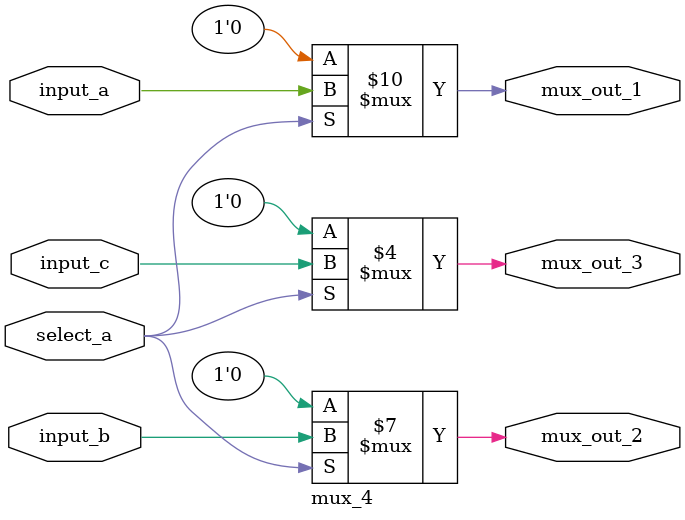
<source format=v>
module mux_4 
  #(
   parameter integer DATA_W = 16
    )(
      input  wire input_a,
      input  wire input_b,
      input  wire input_c,
      input  wire select_a,


    output reg   mux_out_1,
    output reg   mux_out_2,  
    output reg   mux_out_3

    );

    always@(*)begin
        if(select_a == 1'b1) begin
            mux_out_1 = input_a;
            mux_out_2 = input_b;
            mux_out_3 = input_c;

        end
        else begin
            mux_out_1 = 1'd0;
            mux_out_2 = 1'd0;
            mux_out_3 = 1'd0;

        end 
    end
endmodule
</source>
